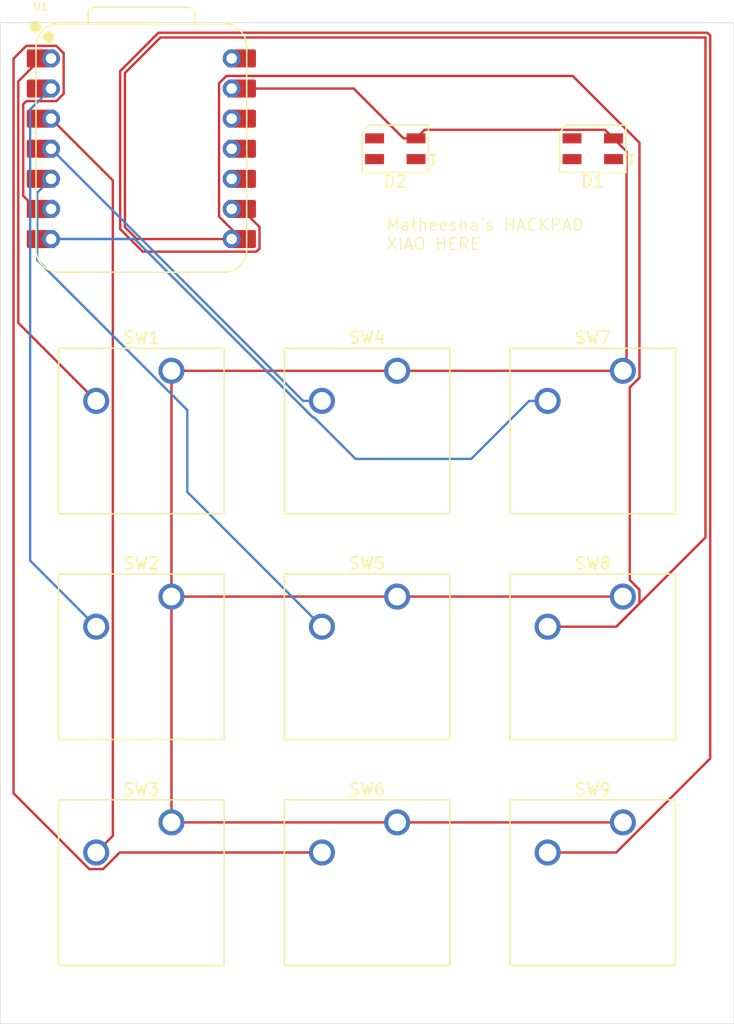
<source format=kicad_pcb>
(kicad_pcb (version 20241229) (generator "pcbnew") (generator_version "9.0")
  (layers (0 "F.Cu" signal) (2 "B.Cu" signal) (13 "F.Paste" user) (15 "B.Paste" user) (5 "F.SilkS" user "F.Silkscreen") (7 "B.SilkS" user "B.Silkscreen") (1 "F.Mask" user) (3 "B.Mask" user) (25 "Edge.Cuts" user))
  (net 0 "")
  (net 1 "GND")
  (net 2 "Net-(D1-DOUT)")
  (net 6 "Net-(D2-DOUT)")
  (net 7 "Net-(U1-GPIO26{slash}ADC0{slash}A0)")
  (net 8 "Net-(U1-GPIO27{slash}ADC1{slash}A1)")
  (net 9 "Net-(U1-GPIO28{slash}ADC2{slash}A2)")
  (net 10 "Net-(U1-GPIO29{slash}ADC3{slash}A3)")
  (net 11 "Net-(U1-GPIO6{slash}SDA)")
  (net 12 "Net-(U1-GPIO7{slash}SCL)")
  (net 13 "Net-(U1-GPIO0{slash}TX)")
  (net 14 "Net-(U1-GPIO1{slash}RX)")
  (net 15 "Net-(U1-GPIO2{slash}SCK)")
  (net 18 "+5V")
  (footprint "Button_Switch_Keyboard:SW_Cherry_MX_1.00u_PCB" (layer "F.Cu") (at 54.9275 90.17)
    (property "Reference" "SW2" (at -2.54 -2.794 0) (layer "F.SilkS"))
    (property "Value" "SW_Push")
    (fp_line (start -9.525 -1.905) (end 4.445 -1.905) (stroke (width 0.12)) (layer "F.SilkS"))
    (fp_line (start -9.525 12.065) (end -9.525 -1.905) (stroke (width 0.12)) (layer "F.SilkS"))
    (fp_line (start 4.445 -1.905) (end 4.445 12.065) (stroke (width 0.12)) (layer "F.SilkS"))
    (fp_line (start 4.445 12.065) (end -9.525 12.065) (stroke (width 0.12)) (layer "F.SilkS"))
    (pad "" np_thru_hole circle (at -7.62 5.08) (size 1.7 1.7) (drill 1.7) (layers "*.Cu" "*.Mask"))
    (pad "" np_thru_hole circle (at -2.54 5.08) (size 4 4) (drill 4) (layers "*.Cu" "*.Mask"))
    (pad "" np_thru_hole circle (at 2.54 5.08) (size 1.7 1.7) (drill 1.7) (layers "*.Cu" "*.Mask"))
    (pad "1" thru_hole circle (at 0 0) (size 2.2 2.2) (drill 1.5) (layers "*.Cu" "*.Mask") (net 1 "GND"))
    (pad "2" thru_hole circle (at -6.35 2.54) (size 2.2 2.2) (drill 1.5) (layers "*.Cu" "*.Mask") (net 8 "Net-(U1-GPIO27{slash}ADC1{slash}A1)"))
  )
  (footprint "Button_Switch_Keyboard:SW_Cherry_MX_1.00u_PCB" (layer "F.Cu") (at 54.9275 71.12)
    (property "Reference" "SW1" (at -2.54 -2.794 0) (layer "F.SilkS"))
    (property "Value" "SW_Push")
    (fp_line (start -9.525 -1.905) (end 4.445 -1.905) (stroke (width 0.12)) (layer "F.SilkS"))
    (fp_line (start -9.525 12.065) (end -9.525 -1.905) (stroke (width 0.12)) (layer "F.SilkS"))
    (fp_line (start 4.445 -1.905) (end 4.445 12.065) (stroke (width 0.12)) (layer "F.SilkS"))
    (fp_line (start 4.445 12.065) (end -9.525 12.065) (stroke (width 0.12)) (layer "F.SilkS"))
    (pad "" np_thru_hole circle (at -7.62 5.08) (size 1.7 1.7) (drill 1.7) (layers "*.Cu" "*.Mask"))
    (pad "" np_thru_hole circle (at -2.54 5.08) (size 4 4) (drill 4) (layers "*.Cu" "*.Mask"))
    (pad "" np_thru_hole circle (at 2.54 5.08) (size 1.7 1.7) (drill 1.7) (layers "*.Cu" "*.Mask"))
    (pad "1" thru_hole circle (at 0 0) (size 2.2 2.2) (drill 1.5) (layers "*.Cu" "*.Mask") (net 1 "GND"))
    (pad "2" thru_hole circle (at -6.35 2.54) (size 2.2 2.2) (drill 1.5) (layers "*.Cu" "*.Mask") (net 7 "Net-(U1-GPIO26{slash}ADC0{slash}A0)"))
  )
  (footprint "Button_Switch_Keyboard:SW_Cherry_MX_1.00u_PCB" (layer "F.Cu") (at 73.9775 90.17)
    (property "Reference" "SW5" (at -2.54 -2.794 0) (layer "F.SilkS"))
    (property "Value" "SW_Push")
    (fp_line (start -9.525 -1.905) (end 4.445 -1.905) (stroke (width 0.12)) (layer "F.SilkS"))
    (fp_line (start -9.525 12.065) (end -9.525 -1.905) (stroke (width 0.12)) (layer "F.SilkS"))
    (fp_line (start 4.445 -1.905) (end 4.445 12.065) (stroke (width 0.12)) (layer "F.SilkS"))
    (fp_line (start 4.445 12.065) (end -9.525 12.065) (stroke (width 0.12)) (layer "F.SilkS"))
    (pad "" np_thru_hole circle (at -7.62 5.08) (size 1.7 1.7) (drill 1.7) (layers "*.Cu" "*.Mask"))
    (pad "" np_thru_hole circle (at -2.54 5.08) (size 4 4) (drill 4) (layers "*.Cu" "*.Mask"))
    (pad "" np_thru_hole circle (at 2.54 5.08) (size 1.7 1.7) (drill 1.7) (layers "*.Cu" "*.Mask"))
    (pad "1" thru_hole circle (at 0 0) (size 2.2 2.2) (drill 1.5) (layers "*.Cu" "*.Mask") (net 1 "GND"))
    (pad "2" thru_hole circle (at -6.35 2.54) (size 2.2 2.2) (drill 1.5) (layers "*.Cu" "*.Mask") (net 11 "Net-(U1-GPIO6{slash}SDA)"))
  )
  (footprint "Button_Switch_Keyboard:SW_Cherry_MX_1.00u_PCB" (layer "F.Cu") (at 93.0275 109.22)
    (property "Reference" "SW9" (at -2.54 -2.794 0) (layer "F.SilkS"))
    (property "Value" "SW_Push")
    (fp_line (start -9.525 -1.905) (end 4.445 -1.905) (stroke (width 0.12)) (layer "F.SilkS"))
    (fp_line (start -9.525 12.065) (end -9.525 -1.905) (stroke (width 0.12)) (layer "F.SilkS"))
    (fp_line (start 4.445 -1.905) (end 4.445 12.065) (stroke (width 0.12)) (layer "F.SilkS"))
    (fp_line (start 4.445 12.065) (end -9.525 12.065) (stroke (width 0.12)) (layer "F.SilkS"))
    (pad "" np_thru_hole circle (at -7.62 5.08) (size 1.7 1.7) (drill 1.7) (layers "*.Cu" "*.Mask"))
    (pad "" np_thru_hole circle (at -2.54 5.08) (size 4 4) (drill 4) (layers "*.Cu" "*.Mask"))
    (pad "" np_thru_hole circle (at 2.54 5.08) (size 1.7 1.7) (drill 1.7) (layers "*.Cu" "*.Mask"))
    (pad "1" thru_hole circle (at 0 0) (size 2.2 2.2) (drill 1.5) (layers "*.Cu" "*.Mask") (net 1 "GND"))
    (pad "2" thru_hole circle (at -6.35 2.54) (size 2.2 2.2) (drill 1.5) (layers "*.Cu" "*.Mask") (net 15 "Net-(U1-GPIO2{slash}SCK)"))
  )
  (footprint "LED_SMD:LED_SK6812MINI_PLCC4_3.5x3.5mm_P1.75mm" (layer "F.Cu") (at 90.4875 52.3875 180)
    (property "Reference" "D1" (at 0 -2.75 0) (layer "F.SilkS"))
    (property "Value" "SK6812MINI")
    (fp_line (start 2.8 1.4) (end 2.8 -2) (stroke (width 0.12)) (layer "F.SilkS"))
    (fp_line (start 2.8 1.4) (end 2.2 2) (stroke (width 0.12)) (layer "F.SilkS"))
    (fp_line (start -2.8 2) (end 2.2 2) (stroke (width 0.12)) (layer "F.SilkS"))
    (fp_line (start -2.8 -2) (end 2.8 -2) (stroke (width 0.12)) (layer "F.SilkS"))
    (fp_line (start -2.8 -2) (end -2.8 2) (stroke (width 0.12)) (layer "F.SilkS"))
    (fp_text user "1" (at -3.2 -0.875 180) (layer "F.SilkS") (effects (font (size 0.8 0.8))))
    (pad "1" smd rect (at -1.75 -0.875 180) (size 1.6 0.85) (layers "F.Cu" "F.Mask" "F.Paste") (net 2 "Net-(D1-DOUT)"))
    (pad "2" smd rect (at -1.75 0.875 180) (size 1.6 0.85) (layers "F.Cu" "F.Mask" "F.Paste") (net 1 "GND"))
    (pad "3" smd rect (at 1.75 0.875 180) (size 1.6 0.85) (layers "F.Cu" "F.Mask" "F.Paste"))
    (pad "4" smd rect (at 1.75 -0.875 180) (size 1.6 0.85) (layers "F.Cu" "F.Mask" "F.Paste"))
  )
  (footprint "Button_Switch_Keyboard:SW_Cherry_MX_1.00u_PCB" (layer "F.Cu") (at 73.9775 71.12)
    (property "Reference" "SW4" (at -2.54 -2.794 0) (layer "F.SilkS"))
    (property "Value" "SW_Push")
    (fp_line (start -9.525 -1.905) (end 4.445 -1.905) (stroke (width 0.12)) (layer "F.SilkS"))
    (fp_line (start -9.525 12.065) (end -9.525 -1.905) (stroke (width 0.12)) (layer "F.SilkS"))
    (fp_line (start 4.445 -1.905) (end 4.445 12.065) (stroke (width 0.12)) (layer "F.SilkS"))
    (fp_line (start 4.445 12.065) (end -9.525 12.065) (stroke (width 0.12)) (layer "F.SilkS"))
    (pad "" np_thru_hole circle (at -7.62 5.08) (size 1.7 1.7) (drill 1.7) (layers "*.Cu" "*.Mask"))
    (pad "" np_thru_hole circle (at -2.54 5.08) (size 4 4) (drill 4) (layers "*.Cu" "*.Mask"))
    (pad "" np_thru_hole circle (at 2.54 5.08) (size 1.7 1.7) (drill 1.7) (layers "*.Cu" "*.Mask"))
    (pad "1" thru_hole circle (at 0 0) (size 2.2 2.2) (drill 1.5) (layers "*.Cu" "*.Mask") (net 1 "GND"))
    (pad "2" thru_hole circle (at -6.35 2.54) (size 2.2 2.2) (drill 1.5) (layers "*.Cu" "*.Mask") (net 10 "Net-(U1-GPIO29{slash}ADC3{slash}A3)"))
  )
  (footprint "Button_Switch_Keyboard:SW_Cherry_MX_1.00u_PCB" (layer "F.Cu") (at 93.0275 71.12)
    (property "Reference" "SW7" (at -2.54 -2.794 0) (layer "F.SilkS"))
    (property "Value" "SW_Push")
    (fp_line (start -9.525 -1.905) (end 4.445 -1.905) (stroke (width 0.12)) (layer "F.SilkS"))
    (fp_line (start -9.525 12.065) (end -9.525 -1.905) (stroke (width 0.12)) (layer "F.SilkS"))
    (fp_line (start 4.445 -1.905) (end 4.445 12.065) (stroke (width 0.12)) (layer "F.SilkS"))
    (fp_line (start 4.445 12.065) (end -9.525 12.065) (stroke (width 0.12)) (layer "F.SilkS"))
    (pad "" np_thru_hole circle (at -7.62 5.08) (size 1.7 1.7) (drill 1.7) (layers "*.Cu" "*.Mask"))
    (pad "" np_thru_hole circle (at -2.54 5.08) (size 4 4) (drill 4) (layers "*.Cu" "*.Mask"))
    (pad "" np_thru_hole circle (at 2.54 5.08) (size 1.7 1.7) (drill 1.7) (layers "*.Cu" "*.Mask"))
    (pad "1" thru_hole circle (at 0 0) (size 2.2 2.2) (drill 1.5) (layers "*.Cu" "*.Mask") (net 1 "GND"))
    (pad "2" thru_hole circle (at -6.35 2.54) (size 2.2 2.2) (drill 1.5) (layers "*.Cu" "*.Mask") (net 13 "Net-(U1-GPIO0{slash}TX)"))
  )
  (footprint "LED_SMD:LED_SK6812MINI_PLCC4_3.5x3.5mm_P1.75mm" (layer "F.Cu") (at 73.81875 52.3875 180)
    (property "Reference" "D2" (at 0 -2.75 0) (layer "F.SilkS"))
    (property "Value" "SK6812MINI")
    (fp_line (start 2.8 1.4) (end 2.8 -2) (stroke (width 0.12)) (layer "F.SilkS"))
    (fp_line (start 2.8 1.4) (end 2.2 2) (stroke (width 0.12)) (layer "F.SilkS"))
    (fp_line (start -2.8 2) (end 2.2 2) (stroke (width 0.12)) (layer "F.SilkS"))
    (fp_line (start -2.8 -2) (end 2.8 -2) (stroke (width 0.12)) (layer "F.SilkS"))
    (fp_line (start -2.8 -2) (end -2.8 2) (stroke (width 0.12)) (layer "F.SilkS"))
    (fp_text user "1" (at -3.2 -0.875 180) (layer "F.SilkS") (effects (font (size 0.8 0.8))))
    (pad "1" smd rect (at -1.75 -0.875 180) (size 1.6 0.85) (layers "F.Cu" "F.Mask" "F.Paste") (net 6 "Net-(D2-DOUT)"))
    (pad "2" smd rect (at -1.75 0.875 180) (size 1.6 0.85) (layers "F.Cu" "F.Mask" "F.Paste") (net 1 "GND"))
    (pad "3" smd rect (at 1.75 0.875 180) (size 1.6 0.85) (layers "F.Cu" "F.Mask" "F.Paste") (net 2 "Net-(D1-DOUT)"))
    (pad "4" smd rect (at 1.75 -0.875 180) (size 1.6 0.85) (layers "F.Cu" "F.Mask" "F.Paste"))
  )
  (footprint "Button_Switch_Keyboard:SW_Cherry_MX_1.00u_PCB" (layer "F.Cu") (at 54.9275 109.22)
    (property "Reference" "SW3" (at -2.54 -2.794 0) (layer "F.SilkS"))
    (property "Value" "SW_Push")
    (fp_line (start -9.525 -1.905) (end 4.445 -1.905) (stroke (width 0.12)) (layer "F.SilkS"))
    (fp_line (start -9.525 12.065) (end -9.525 -1.905) (stroke (width 0.12)) (layer "F.SilkS"))
    (fp_line (start 4.445 -1.905) (end 4.445 12.065) (stroke (width 0.12)) (layer "F.SilkS"))
    (fp_line (start 4.445 12.065) (end -9.525 12.065) (stroke (width 0.12)) (layer "F.SilkS"))
    (pad "" np_thru_hole circle (at -7.62 5.08) (size 1.7 1.7) (drill 1.7) (layers "*.Cu" "*.Mask"))
    (pad "" np_thru_hole circle (at -2.54 5.08) (size 4 4) (drill 4) (layers "*.Cu" "*.Mask"))
    (pad "" np_thru_hole circle (at 2.54 5.08) (size 1.7 1.7) (drill 1.7) (layers "*.Cu" "*.Mask"))
    (pad "1" thru_hole circle (at 0 0) (size 2.2 2.2) (drill 1.5) (layers "*.Cu" "*.Mask") (net 1 "GND"))
    (pad "2" thru_hole circle (at -6.35 2.54) (size 2.2 2.2) (drill 1.5) (layers "*.Cu" "*.Mask") (net 9 "Net-(U1-GPIO28{slash}ADC2{slash}A2)"))
  )
  (footprint "Button_Switch_Keyboard:SW_Cherry_MX_1.00u_PCB" (layer "F.Cu") (at 73.9775 109.22)
    (property "Reference" "SW6" (at -2.54 -2.794 0) (layer "F.SilkS"))
    (property "Value" "SW_Push")
    (fp_line (start -9.525 -1.905) (end 4.445 -1.905) (stroke (width 0.12)) (layer "F.SilkS"))
    (fp_line (start -9.525 12.065) (end -9.525 -1.905) (stroke (width 0.12)) (layer "F.SilkS"))
    (fp_line (start 4.445 -1.905) (end 4.445 12.065) (stroke (width 0.12)) (layer "F.SilkS"))
    (fp_line (start 4.445 12.065) (end -9.525 12.065) (stroke (width 0.12)) (layer "F.SilkS"))
    (pad "" np_thru_hole circle (at -7.62 5.08) (size 1.7 1.7) (drill 1.7) (layers "*.Cu" "*.Mask"))
    (pad "" np_thru_hole circle (at -2.54 5.08) (size 4 4) (drill 4) (layers "*.Cu" "*.Mask"))
    (pad "" np_thru_hole circle (at 2.54 5.08) (size 1.7 1.7) (drill 1.7) (layers "*.Cu" "*.Mask"))
    (pad "1" thru_hole circle (at 0 0) (size 2.2 2.2) (drill 1.5) (layers "*.Cu" "*.Mask") (net 1 "GND"))
    (pad "2" thru_hole circle (at -6.35 2.54) (size 2.2 2.2) (drill 1.5) (layers "*.Cu" "*.Mask") (net 12 "Net-(U1-GPIO7{slash}SCL)"))
  )
  (footprint "Button_Switch_Keyboard:SW_Cherry_MX_1.00u_PCB" (layer "F.Cu") (at 93.0275 90.17)
    (property "Reference" "SW8" (at -2.54 -2.794 0) (layer "F.SilkS"))
    (property "Value" "SW_Push")
    (fp_line (start -9.525 -1.905) (end 4.445 -1.905) (stroke (width 0.12)) (layer "F.SilkS"))
    (fp_line (start -9.525 12.065) (end -9.525 -1.905) (stroke (width 0.12)) (layer "F.SilkS"))
    (fp_line (start 4.445 -1.905) (end 4.445 12.065) (stroke (width 0.12)) (layer "F.SilkS"))
    (fp_line (start 4.445 12.065) (end -9.525 12.065) (stroke (width 0.12)) (layer "F.SilkS"))
    (pad "" np_thru_hole circle (at -7.62 5.08) (size 1.7 1.7) (drill 1.7) (layers "*.Cu" "*.Mask"))
    (pad "" np_thru_hole circle (at -2.54 5.08) (size 4 4) (drill 4) (layers "*.Cu" "*.Mask"))
    (pad "" np_thru_hole circle (at 2.54 5.08) (size 1.7 1.7) (drill 1.7) (layers "*.Cu" "*.Mask"))
    (pad "1" thru_hole circle (at 0 0) (size 2.2 2.2) (drill 1.5) (layers "*.Cu" "*.Mask") (net 1 "GND"))
    (pad "2" thru_hole circle (at -6.35 2.54) (size 2.2 2.2) (drill 1.5) (layers "*.Cu" "*.Mask") (net 14 "Net-(U1-GPIO1{slash}RX)"))
  )
  (footprint "OPL:XIAO-RP2040-DIP" (layer "F.Cu") (at 52.3875 52.3875)
    (property "Reference" "U1" (at -8.5 -12 0) (layer "F.SilkS") (effects (font (size 0.635 0.635) (thickness 0.1016))))
    (property "Value" "XIAO-RP2040-DIP")
    (fp_line (start -8.89 8.509) (end -8.89 -8.636) (stroke (width 0.127)) (layer "F.SilkS"))
    (fp_line (start -6.985 10.414) (end 6.985 10.414) (stroke (width 0.127)) (layer "F.SilkS"))
    (fp_line (start -4.495 -10.541) (end -4.491272 -11.451272) (stroke (width 0.127)) (layer "F.SilkS"))
    (fp_line (start -3.991272 -11.951) (end 4.004 -11.951) (stroke (width 0.127)) (layer "F.SilkS"))
    (fp_line (start 4.504 -11.451) (end 4.504 -10.541) (stroke (width 0.127)) (layer "F.SilkS"))
    (fp_line (start 6.985 -10.541) (end -6.985 -10.541) (stroke (width 0.1)) (layer "F.SilkS"))
    (fp_line (start 6.985 -10.541) (end -6.985 -10.541) (stroke (width 0.127)) (layer "F.SilkS"))
    (fp_line (start 8.89 8.509) (end 8.89 -8.636) (stroke (width 0.127)) (layer "F.SilkS"))
    (fp_arc (start -8.89 -8.636) (mid -8.332038 -9.983038) (end -6.985 -10.541) (stroke (width 0.127)) (layer "F.SilkS"))
    (fp_arc (start -6.985 10.414) (mid -8.332038 9.856038) (end -8.89 8.509) (stroke (width 0.127)) (layer "F.SilkS"))
    (fp_arc (start -4.491272 -11.451272) (mid -4.344728 -11.80464) (end -3.991272 -11.951) (stroke (width 0.127)) (layer "F.SilkS"))
    (fp_arc (start 4.004 -11.951) (mid 4.357553 -11.804553) (end 4.504 -11.451) (stroke (width 0.127)) (layer "F.SilkS"))
    (fp_arc (start 6.985 -10.541) (mid 8.332038 -9.983038) (end 8.89 -8.636) (stroke (width 0.127)) (layer "F.SilkS"))
    (fp_arc (start 8.89 8.509) (mid 8.332038 9.856038) (end 6.985 10.414) (stroke (width 0.127)) (layer "F.SilkS"))
    (fp_circle (center -8.95 -10.3) (end -8.95 -10.554) (stroke (width 0.5)) (fill yes) (layer "F.SilkS"))
    (fp_circle (center -7.807 -9.42) (end -7.807 -9.674) (stroke (width 0.5)) (fill yes) (layer "F.SilkS"))
    (pad "1" smd roundrect (at -8.455 -7.62 180) (size 2.432 1.524) (layers "F.Cu" "F.Mask") (roundrect_rratio 0.1) (net 7 "Net-(U1-GPIO26{slash}ADC0{slash}A0)"))
    (pad "1" thru_hole circle (at -7.62 -7.62 180) (size 1.524 1.524) (drill 0.889) (layers "*.Cu" "*.Mask") (net 7 "Net-(U1-GPIO26{slash}ADC0{slash}A0)"))
    (pad "2" smd roundrect (at -8.455 -5.08 180) (size 2.432 1.524) (layers "F.Cu" "F.Mask") (roundrect_rratio 0.1) (net 8 "Net-(U1-GPIO27{slash}ADC1{slash}A1)"))
    (pad "2" thru_hole circle (at -7.62 -5.08 180) (size 1.524 1.524) (drill 0.889) (layers "*.Cu" "*.Mask") (net 8 "Net-(U1-GPIO27{slash}ADC1{slash}A1)"))
    (pad "3" smd roundrect (at -8.455 -2.54 180) (size 2.432 1.524) (layers "F.Cu" "F.Mask") (roundrect_rratio 0.1) (net 9 "Net-(U1-GPIO28{slash}ADC2{slash}A2)"))
    (pad "3" thru_hole circle (at -7.62 -2.54 180) (size 1.524 1.524) (drill 0.889) (layers "*.Cu" "*.Mask") (net 9 "Net-(U1-GPIO28{slash}ADC2{slash}A2)"))
    (pad "4" smd roundrect (at -8.455 0 180) (size 2.432 1.524) (layers "F.Cu" "F.Mask") (roundrect_rratio 0.1) (net 10 "Net-(U1-GPIO29{slash}ADC3{slash}A3)"))
    (pad "4" thru_hole circle (at -7.62 0 180) (size 1.524 1.524) (drill 0.889) (layers "*.Cu" "*.Mask") (net 10 "Net-(U1-GPIO29{slash}ADC3{slash}A3)"))
    (pad "5" smd roundrect (at -8.455 2.54 180) (size 2.432 1.524) (layers "F.Cu" "F.Mask") (roundrect_rratio 0.1) (net 11 "Net-(U1-GPIO6{slash}SDA)"))
    (pad "5" thru_hole circle (at -7.62 2.54 180) (size 1.524 1.524) (drill 0.889) (layers "*.Cu" "*.Mask") (net 11 "Net-(U1-GPIO6{slash}SDA)"))
    (pad "6" smd roundrect (at -8.455 5.08 180) (size 2.432 1.524) (layers "F.Cu" "F.Mask") (roundrect_rratio 0.1) (net 12 "Net-(U1-GPIO7{slash}SCL)"))
    (pad "6" thru_hole circle (at -7.62 5.08 180) (size 1.524 1.524) (drill 0.889) (layers "*.Cu" "*.Mask") (net 12 "Net-(U1-GPIO7{slash}SCL)"))
    (pad "7" smd roundrect (at -8.455 7.62 180) (size 2.432 1.524) (layers "F.Cu" "F.Mask") (roundrect_rratio 0.1) (net 13 "Net-(U1-GPIO0{slash}TX)"))
    (pad "7" thru_hole circle (at -7.62 7.62 180) (size 1.524 1.524) (drill 0.889) (layers "*.Cu" "*.Mask") (net 13 "Net-(U1-GPIO0{slash}TX)"))
    (pad "8" thru_hole circle (at 7.62 7.62) (size 1.524 1.524) (drill 0.889) (layers "*.Cu" "*.Mask") (net 14 "Net-(U1-GPIO1{slash}RX)"))
    (pad "8" smd roundrect (at 8.455 7.62) (size 2.432 1.524) (layers "F.Cu" "F.Mask") (roundrect_rratio 0.1) (net 14 "Net-(U1-GPIO1{slash}RX)"))
    (pad "9" thru_hole circle (at 7.62 5.08) (size 1.524 1.524) (drill 0.889) (layers "*.Cu" "*.Mask") (net 15 "Net-(U1-GPIO2{slash}SCK)"))
    (pad "9" smd roundrect (at 8.455 5.08) (size 2.432 1.524) (layers "F.Cu" "F.Mask") (roundrect_rratio 0.1) (net 15 "Net-(U1-GPIO2{slash}SCK)"))
    (pad "10" thru_hole circle (at 7.62 2.54) (size 1.524 1.524) (drill 0.889) (layers "*.Cu" "*.Mask") (net 6 "Net-(D2-DOUT)"))
    (pad "10" smd roundrect (at 8.455 2.54) (size 2.432 1.524) (layers "F.Cu" "F.Mask") (roundrect_rratio 0.1) (net 6 "Net-(D2-DOUT)"))
    (pad "11" thru_hole circle (at 7.62 0) (size 1.524 1.524) (drill 0.889) (layers "*.Cu" "*.Mask"))
    (pad "11" smd roundrect (at 8.455 0) (size 2.432 1.524) (layers "F.Cu" "F.Mask") (roundrect_rratio 0.1))
    (pad "12" thru_hole circle (at 7.62 -2.54) (size 1.524 1.524) (drill 0.889) (layers "*.Cu" "*.Mask"))
    (pad "12" smd roundrect (at 8.455 -2.54) (size 2.432 1.524) (layers "F.Cu" "F.Mask") (roundrect_rratio 0.1))
    (pad "13" thru_hole circle (at 7.62 -5.08) (size 1.524 1.524) (drill 0.889) (layers "*.Cu" "*.Mask") (net 1 "GND"))
    (pad "13" smd roundrect (at 8.455 -5.08) (size 2.432 1.524) (layers "F.Cu" "F.Mask") (roundrect_rratio 0.1) (net 1 "GND"))
    (pad "14" thru_hole circle (at 7.62 -7.62) (size 1.524 1.524) (drill 0.889) (layers "*.Cu" "*.Mask") (net 18 "+5V"))
    (pad "14" smd roundrect (at 8.455 -7.62) (size 2.432 1.524) (layers "F.Cu" "F.Mask") (roundrect_rratio 0.1) (net 18 "+5V"))
  )
  (gr_rect (start 40.48125 41.76125) (end 102.39375 126.20625) (stroke (width 0.05)) (fill no) (layer "Edge.Cuts"))
  (gr_text "Matheesha's HACKPAD\nXIAO HERE" (at 73 61 0) (layer "F.SilkS") (effects (font (size 1 1) (thickness 0.1)) (justify left bottom)))
  (segment (start 93.0275 90.17) (end 73.9775 90.17) (width 0.2) (layer "F.Cu") (net 1))
  (segment (start 76.29475 50.7865) (end 91.5115 50.7865) (width 0.2) (layer "F.Cu") (net 1))
  (segment (start 92.2375 51.5125) (end 93.3385 52.6135) (width 0.2) (layer "F.Cu") (net 1))
  (segment (start 73.9775 90.17) (end 54.9275 90.17) (width 0.2) (layer "F.Cu") (net 1))
  (segment (start 54.9275 71.12) (end 54.9275 90.17) (width 0.2) (layer "F.Cu") (net 1))
  (segment (start 70.3075 47.3075) (end 74.5125 51.5125) (width 0.2) (layer "F.Cu") (net 1))
  (segment (start 75.56875 51.5125) (end 76.29475 50.7865) (width 0.2) (layer "F.Cu") (net 1))
  (segment (start 93.3385 70.809) (end 93.0275 71.12) (width 0.2) (layer "F.Cu") (net 1))
  (segment (start 93.0275 109.22) (end 54.9275 109.22) (width 0.2) (layer "F.Cu") (net 1))
  (segment (start 60.0075 47.3075) (end 70.3075 47.3075) (width 0.2) (layer "F.Cu") (net 1))
  (segment (start 93.0275 71.12) (end 73.9775 71.12) (width 0.2) (layer "F.Cu") (net 1))
  (segment (start 74.5125 51.5125) (end 75.56875 51.5125) (width 0.2) (layer "F.Cu") (net 1))
  (segment (start 93.3385 52.6135) (end 93.3385 70.809) (width 0.2) (layer "F.Cu") (net 1))
  (segment (start 91.5115 50.7865) (end 92.2375 51.5125) (width 0.2) (layer "F.Cu") (net 1))
  (segment (start 73.9775 71.12) (end 54.9275 71.12) (width 0.2) (layer "F.Cu") (net 1))
  (segment (start 54.9275 109.22) (end 54.9275 90.17) (width 0.2) (layer "F.Cu") (net 1))
  (segment (start 48.5775 73.66) (end 42 67.0825) (width 0.2) (layer "F.Cu") (net 7))
  (segment (start 42 67.0825) (end 42 46.7) (width 0.2) (layer "F.Cu") (net 7))
  (segment (start 42 46.7) (end 43.9325 44.7675) (width 0.2) (layer "F.Cu") (net 7))
  (segment (start 48.5775 92.71) (end 43 87.1325) (width 0.2) (layer "B.Cu") (net 8))
  (segment (start 43 49.075) (end 44.7675 47.3075) (width 0.2) (layer "B.Cu") (net 8))
  (segment (start 43 87.1325) (end 43 49.075) (width 0.2) (layer "B.Cu") (net 8))
  (segment (start 49.9785 55.0585) (end 44.7675 49.8475) (width 0.2) (layer "F.Cu") (net 9))
  (segment (start 49.9785 110.359) (end 49.9785 55.0585) (width 0.2) (layer "F.Cu") (net 9))
  (segment (start 48.5775 111.76) (end 49.9785 110.359) (width 0.2) (layer "F.Cu") (net 9))
  (segment (start 66.04 73.66) (end 44.7675 52.3875) (width 0.2) (layer "B.Cu") (net 10))
  (segment (start 67.6275 73.66) (end 66.04 73.66) (width 0.2) (layer "B.Cu") (net 10))
  (segment (start 56.2665 74.440314) (end 43.599 61.772814) (width 0.2) (layer "B.Cu") (net 11))
  (segment (start 43.599 56.096) (end 44.7675 54.9275) (width 0.2) (layer "B.Cu") (net 11))
  (segment (start 56.2665 81.349) (end 56.2665 74.440314) (width 0.2) (layer "B.Cu") (net 11))
  (segment (start 43.599 61.772814) (end 43.599 56.096) (width 0.2) (layer "B.Cu") (net 11))
  (segment (start 67.6275 92.71) (end 56.2665 81.349) (width 0.2) (layer "B.Cu") (net 11))
  (segment (start 49.157814 113.161) (end 47.997186 113.161) (width 0.2) (layer "F.Cu") (net 12))
  (segment (start 45.20781 43.7045) (end 45.8305 44.32719) (width 0.2) (layer "F.Cu") (net 12))
  (segment (start 41.599 44.782374) (end 42.676874 43.7045) (width 0.2) (layer "F.Cu") (net 12))
  (segment (start 42.676874 48.3705) (end 42.4155 48.631874) (width 0.2) (layer "F.Cu") (net 12))
  (segment (start 41.599 106.762814) (end 41.599 44.782374) (width 0.2) (layer "F.Cu") (net 12))
  (segment (start 42.4155 56.36) (end 43.523 57.4675) (width 0.2) (layer "F.Cu") (net 12))
  (segment (start 45.8305 47.74781) (end 45.20781 48.3705) (width 0.2) (layer "F.Cu") (net 12))
  (segment (start 67.6275 111.76) (end 50.558814 111.76) (width 0.2) (layer "F.Cu") (net 12))
  (segment (start 43.523 57.4675) (end 44.7675 57.4675) (width 0.2) (layer "F.Cu") (net 12))
  (segment (start 45.20781 48.3705) (end 42.676874 48.3705) (width 0.2) (layer "F.Cu") (net 12))
  (segment (start 47.997186 113.161) (end 41.599 106.762814) (width 0.2) (layer "F.Cu") (net 12))
  (segment (start 42.676874 43.7045) (end 45.20781 43.7045) (width 0.2) (layer "F.Cu") (net 12))
  (segment (start 50.558814 111.76) (end 49.157814 113.161) (width 0.2) (layer "F.Cu") (net 12))
  (segment (start 42.4155 48.631874) (end 42.4155 56.36) (width 0.2) (layer "F.Cu") (net 12))
  (segment (start 45.8305 44.32719) (end 45.8305 47.74781) (width 0.2) (layer "F.Cu") (net 12))
  (segment (start 80.230866 78.551) (end 85.121866 73.66) (width 0.2) (layer "B.Cu") (net 13))
  (segment (start 51.8204 60.0075) (end 66.8739 75.061) (width 0.2) (layer "B.Cu") (net 13))
  (segment (start 66.973684 75.061) (end 70.463684 78.551) (width 0.2) (layer "B.Cu") (net 13))
  (segment (start 70.463684 78.551) (end 80.230866 78.551) (width 0.2) (layer "B.Cu") (net 13))
  (segment (start 66.8739 75.061) (end 66.973684 75.061) (width 0.2) (layer "B.Cu") (net 13))
  (segment (start 51.8129 60) (end 44 60) (width 0.2) (layer "B.Cu") (net 13))
  (segment (start 44.7675 60.0075) (end 51.8204 60.0075) (width 0.2) (layer "B.Cu") (net 13))
  (segment (start 66.8739 75.061) (end 51.8129 60) (width 0.2) (layer "B.Cu") (net 13))
  (segment (start 85.121866 73.66) (end 86.6775 73.66) (width 0.2) (layer "B.Cu") (net 13))
  (segment (start 51 46) (end 51 59) (width 0.2) (layer "F.Cu") (net 14))
  (segment (start 93.607814 88.769) (end 93.607814 72.521) (width 0.2) (layer "F.Cu") (net 14))
  (segment (start 86.6775 92.71) (end 92.468814 92.71) (width 0.2) (layer "F.Cu") (net 14))
  (segment (start 54 43) (end 51 46) (width 0.2) (layer "F.Cu") (net 14))
  (segment (start 88.7965 46.2445) (end 59.56719 46.2445) (width 0.2) (layer "F.Cu") (net 14))
  (segment (start 94.4285 90.750314) (end 94.4285 89.589686) (width 0.2) (layer "F.Cu") (net 14))
  (segment (start 58.9445 46.86719) (end 58.9445 58.1095) (width 0.2) (layer "F.Cu") (net 14))
  (segment (start 51 59) (end 52.0075 60.0075) (width 0.2) (layer "F.Cu") (net 14))
  (segment (start 100 43) (end 54 43) (width 0.2) (layer "F.Cu") (net 14))
  (segment (start 94.4285 71.700314) (end 94.4285 51.8765) (width 0.2) (layer "F.Cu") (net 14))
  (segment (start 94.4285 51.8765) (end 88.7965 46.2445) (width 0.2) (layer "F.Cu") (net 14))
  (segment (start 92.468814 92.71) (end 94.4285 90.750314) (width 0.2) (layer "F.Cu") (net 14))
  (segment (start 59.56719 46.2445) (end 58.9445 46.86719) (width 0.2) (layer "F.Cu") (net 14))
  (segment (start 52.0075 60.0075) (end 60.0075 60.0075) (width 0.2) (layer "F.Cu") (net 14))
  (segment (start 94.4285 89.589686) (end 93.607814 88.769) (width 0.2) (layer "F.Cu") (net 14))
  (segment (start 58.9445 58.1095) (end 60.8425 60.0075) (width 0.2) (layer "F.Cu") (net 14))
  (segment (start 92.468814 92.71) (end 100 85.178814) (width 0.2) (layer "F.Cu") (net 14))
  (segment (start 93.607814 72.521) (end 94.4285 71.700314) (width 0.2) (layer "F.Cu") (net 14))
  (segment (start 100 85.178814) (end 100 43) (width 0.2) (layer "F.Cu") (net 14))
  (segment (start 100.401 42.8339) (end 100.1661 42.599) (width 0.2) (layer "F.Cu") (net 15))
  (segment (start 53.8339 42.599) (end 50.599 45.8339) (width 0.2) (layer "F.Cu") (net 15))
  (segment (start 92.468814 111.76) (end 100.401 103.827814) (width 0.2) (layer "F.Cu") (net 15))
  (segment (start 62.3595 58.9845) (end 60.8425 57.4675) (width 0.2) (layer "F.Cu") (net 15))
  (segment (start 86.6775 111.76) (end 92.468814 111.76) (width 0.2) (layer "F.Cu") (net 15))
  (segment (start 62.098126 61.0705) (end 62.3595 60.809126) (width 0.2) (layer "F.Cu") (net 15))
  (segment (start 100.401 103.827814) (end 100.401 42.8339) (width 0.2) (layer "F.Cu") (net 15))
  (segment (start 50.599 45.8339) (end 50.599 59.1661) (width 0.2) (layer "F.Cu") (net 15))
  (segment (start 62.3595 60.809126) (end 62.3595 58.9845) (width 0.2) (layer "F.Cu") (net 15))
  (segment (start 52.5034 61.0705) (end 62.098126 61.0705) (width 0.2) (layer "F.Cu") (net 15))
  (segment (start 50.599 59.1661) (end 52.5034 61.0705) (width 0.2) (layer "F.Cu") (net 15))
  (segment (start 100.1661 42.599) (end 53.8339 42.599) (width 0.2) (layer "F.Cu") (net 15))
)
</source>
